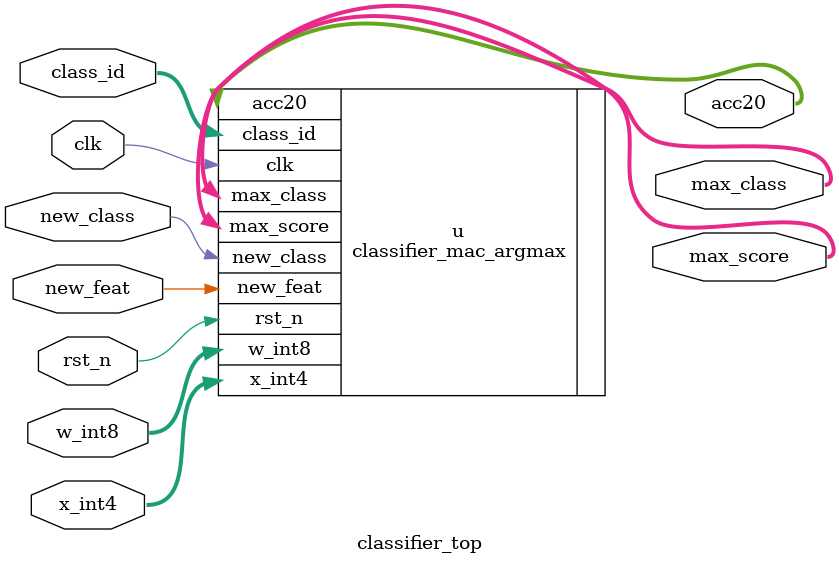
<source format=v>

module classifier_top (
  input  wire clk,
  input  wire rst_n,
  input  wire signed [3:0]  x_int4,
  input  wire signed [7:0]  w_int8,
  input  wire new_feat,
  input  wire new_class,
  input  wire [2:0] class_id,
  output wire signed [19:0] acc20,
  output wire signed [19:0] max_score,
  output wire [2:0] max_class
);
  classifier_mac_argmax #(.CLASS_BITS(3)) u (
    .clk, .rst_n, .x_int4, .w_int8, .new_feat, .new_class, .class_id,
    .acc20, .max_score, .max_class
  );
endmodule

</source>
